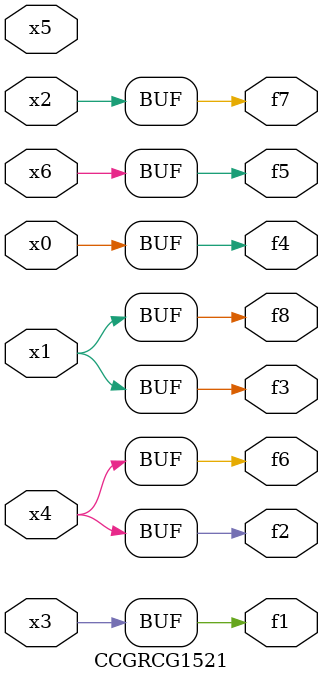
<source format=v>
module CCGRCG1521(
	input x0, x1, x2, x3, x4, x5, x6,
	output f1, f2, f3, f4, f5, f6, f7, f8
);
	assign f1 = x3;
	assign f2 = x4;
	assign f3 = x1;
	assign f4 = x0;
	assign f5 = x6;
	assign f6 = x4;
	assign f7 = x2;
	assign f8 = x1;
endmodule

</source>
